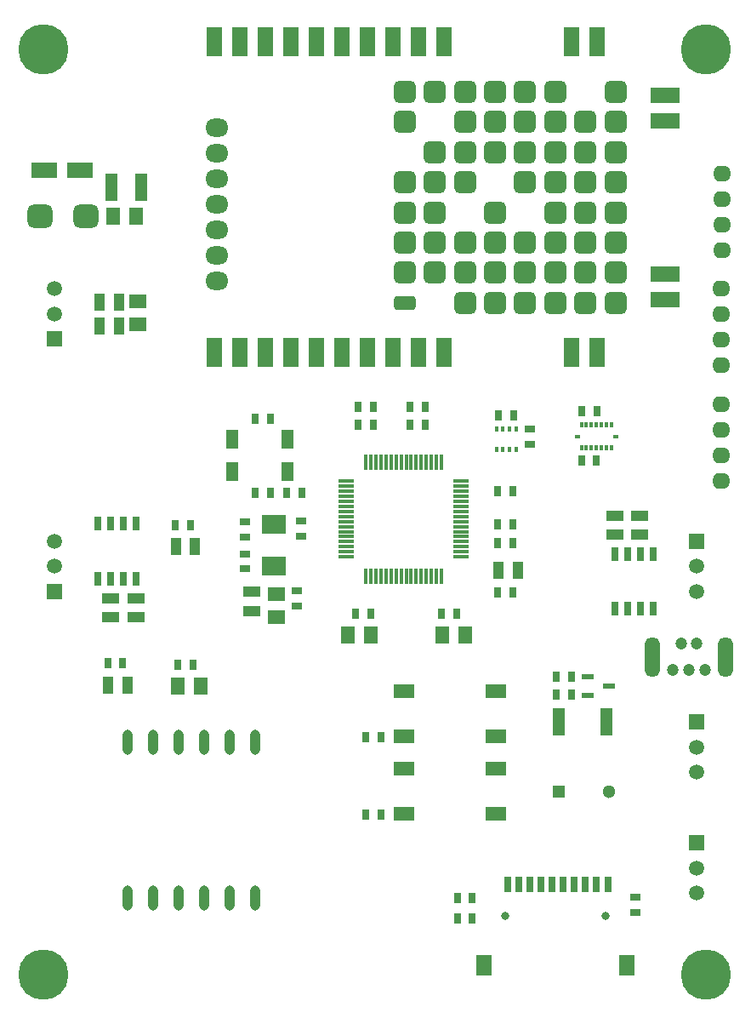
<source format=gbr>
%TF.GenerationSoftware,Altium Limited,Altium Designer,22.7.1 (60)*%
G04 Layer_Color=255*
%FSLAX45Y45*%
%MOMM*%
%TF.SameCoordinates,C4916FE7-F214-4651-8B13-81D0A890374D*%
%TF.FilePolarity,Positive*%
%TF.FileFunction,Pads,Top*%
%TF.Part,Single*%
G01*
G75*
%TA.AperFunction,SMDPad,CuDef*%
G04:AMPARAMS|DCode=10|XSize=1.56mm|YSize=0.28mm|CornerRadius=0.07mm|HoleSize=0mm|Usage=FLASHONLY|Rotation=90.000|XOffset=0mm|YOffset=0mm|HoleType=Round|Shape=RoundedRectangle|*
%AMROUNDEDRECTD10*
21,1,1.56000,0.14000,0,0,90.0*
21,1,1.42000,0.28000,0,0,90.0*
1,1,0.14000,0.07000,0.71000*
1,1,0.14000,0.07000,-0.71000*
1,1,0.14000,-0.07000,-0.71000*
1,1,0.14000,-0.07000,0.71000*
%
%ADD10ROUNDEDRECTD10*%
G04:AMPARAMS|DCode=11|XSize=1.56mm|YSize=0.28mm|CornerRadius=0.07mm|HoleSize=0mm|Usage=FLASHONLY|Rotation=180.000|XOffset=0mm|YOffset=0mm|HoleType=Round|Shape=RoundedRectangle|*
%AMROUNDEDRECTD11*
21,1,1.56000,0.14000,0,0,180.0*
21,1,1.42000,0.28000,0,0,180.0*
1,1,0.14000,-0.71000,0.07000*
1,1,0.14000,0.71000,0.07000*
1,1,0.14000,0.71000,-0.07000*
1,1,0.14000,-0.71000,-0.07000*
%
%ADD11ROUNDEDRECTD11*%
%ADD12R,0.59000X0.35000*%
%ADD13R,0.35000X0.59000*%
%ADD14R,0.35000X0.50000*%
G04:AMPARAMS|DCode=15|XSize=2.2mm|YSize=2.2mm|CornerRadius=0.55mm|HoleSize=0mm|Usage=FLASHONLY|Rotation=90.000|XOffset=0mm|YOffset=0mm|HoleType=Round|Shape=RoundedRectangle|*
%AMROUNDEDRECTD15*
21,1,2.20000,1.10000,0,0,90.0*
21,1,1.10000,2.20000,0,0,90.0*
1,1,1.10000,0.55000,0.55000*
1,1,1.10000,0.55000,-0.55000*
1,1,1.10000,-0.55000,-0.55000*
1,1,1.10000,-0.55000,0.55000*
%
%ADD15ROUNDEDRECTD15*%
G04:AMPARAMS|DCode=16|XSize=1.4mm|YSize=2.2mm|CornerRadius=0.35mm|HoleSize=0mm|Usage=FLASHONLY|Rotation=90.000|XOffset=0mm|YOffset=0mm|HoleType=Round|Shape=RoundedRectangle|*
%AMROUNDEDRECTD16*
21,1,1.40000,1.50000,0,0,90.0*
21,1,0.70000,2.20000,0,0,90.0*
1,1,0.70000,0.75000,0.35000*
1,1,0.70000,0.75000,-0.35000*
1,1,0.70000,-0.75000,-0.35000*
1,1,0.70000,-0.75000,0.35000*
%
%ADD16ROUNDEDRECTD16*%
%ADD17R,1.50000X3.00000*%
%ADD18R,3.00000X1.50000*%
%ADD19R,0.80000X1.50000*%
%ADD20R,1.50000X2.00000*%
%ADD21R,2.60000X1.60000*%
G04:AMPARAMS|DCode=22|XSize=2.3mm|YSize=2.5mm|CornerRadius=0.575mm|HoleSize=0mm|Usage=FLASHONLY|Rotation=270.000|XOffset=0mm|YOffset=0mm|HoleType=Round|Shape=RoundedRectangle|*
%AMROUNDEDRECTD22*
21,1,2.30000,1.35000,0,0,270.0*
21,1,1.15000,2.50000,0,0,270.0*
1,1,1.15000,-0.67500,-0.57500*
1,1,1.15000,-0.67500,0.57500*
1,1,1.15000,0.67500,0.57500*
1,1,1.15000,0.67500,-0.57500*
%
%ADD22ROUNDEDRECTD22*%
%ADD23R,1.16000X2.72000*%
%ADD24R,1.40000X1.70000*%
%ADD25R,1.70000X1.40000*%
%ADD26R,1.00000X1.70000*%
%ADD27R,0.80000X1.00000*%
%ADD28R,0.80000X1.45000*%
%ADD29R,1.70000X1.00000*%
%ADD30R,1.21920X0.53340*%
%ADD31R,1.30000X2.80000*%
%ADD32R,1.00000X0.80000*%
%ADD33R,2.40000X1.90000*%
%ADD34R,1.30000X1.90000*%
%ADD35O,1.00000X2.50000*%
%ADD36R,2.10000X1.40000*%
%TA.AperFunction,ComponentPad*%
%ADD48O,1.80000X1.60000*%
%ADD49C,0.80000*%
%ADD50R,1.50800X1.50800*%
%ADD51C,1.50800*%
%ADD52O,1.50000X4.00000*%
%ADD53C,1.20000*%
%ADD54R,1.30000X1.30000*%
%ADD55C,1.30000*%
%ADD56O,2.30000X1.80000*%
%TA.AperFunction,ViaPad*%
%ADD57C,5.00000*%
D10*
X4355000Y5498000D02*
D03*
X4305000D02*
D03*
X4255000D02*
D03*
X4205000D02*
D03*
X4155000D02*
D03*
X4105000D02*
D03*
X4055000D02*
D03*
X4005000D02*
D03*
X3955000D02*
D03*
X3905000D02*
D03*
X3855000D02*
D03*
X3805000D02*
D03*
X3755000D02*
D03*
X3705000D02*
D03*
X3655000D02*
D03*
X3605000D02*
D03*
Y4362000D02*
D03*
X3655000D02*
D03*
X3705000D02*
D03*
X3755000D02*
D03*
X3805000D02*
D03*
X3855000D02*
D03*
X3905000D02*
D03*
X3955000D02*
D03*
X4005000D02*
D03*
X4055000D02*
D03*
X4105000D02*
D03*
X4155000D02*
D03*
X4205000D02*
D03*
X4255000D02*
D03*
X4305000D02*
D03*
X4355000D02*
D03*
D11*
X3412000Y5305000D02*
D03*
Y5255000D02*
D03*
Y5205000D02*
D03*
Y5155000D02*
D03*
Y5105000D02*
D03*
Y5055000D02*
D03*
Y5005000D02*
D03*
Y4955000D02*
D03*
Y4905000D02*
D03*
Y4855000D02*
D03*
Y4805000D02*
D03*
Y4755000D02*
D03*
Y4705000D02*
D03*
Y4655000D02*
D03*
Y4605000D02*
D03*
Y4555000D02*
D03*
X4548000D02*
D03*
Y4605000D02*
D03*
Y4655000D02*
D03*
Y4705000D02*
D03*
Y4755000D02*
D03*
Y4805000D02*
D03*
Y4855000D02*
D03*
Y4905000D02*
D03*
Y4955000D02*
D03*
Y5005000D02*
D03*
Y5055000D02*
D03*
Y5105000D02*
D03*
Y5155000D02*
D03*
Y5205000D02*
D03*
Y5255000D02*
D03*
Y5305000D02*
D03*
D12*
X5708200Y5753201D02*
D03*
X6091200D02*
D03*
D13*
X5749700Y5869700D02*
D03*
X5799700D02*
D03*
X5849701D02*
D03*
X5899700D02*
D03*
X5949700D02*
D03*
X5999700D02*
D03*
X6049700D02*
D03*
Y5636701D02*
D03*
X5999700D02*
D03*
X5949700D02*
D03*
X5899700D02*
D03*
X5849701D02*
D03*
X5799700D02*
D03*
X5749700D02*
D03*
D14*
X5098851Y5829100D02*
D03*
X5033851D02*
D03*
X4968851D02*
D03*
X4903851D02*
D03*
Y5624100D02*
D03*
X4968851D02*
D03*
X5033851D02*
D03*
X5098851D02*
D03*
D15*
X5490000Y9180000D02*
D03*
X4290000Y9180000D02*
D03*
X5790000Y7380000D02*
D03*
Y7680000D02*
D03*
Y7980000D02*
D03*
Y8280000D02*
D03*
X5790000Y8580000D02*
D03*
X5790000Y8880000D02*
D03*
X6090001Y9180000D02*
D03*
X4890000Y7980000D02*
D03*
X6090001Y7080000D02*
D03*
Y7680000D02*
D03*
X5490000D02*
D03*
X5190000D02*
D03*
X4890000D02*
D03*
X4590000D02*
D03*
X6090001Y8580000D02*
D03*
X5490000D02*
D03*
X5190000D02*
D03*
X4890000D02*
D03*
X4590000D02*
D03*
Y8880000D02*
D03*
X4290000Y7380000D02*
D03*
Y7680000D02*
D03*
Y8580000D02*
D03*
X5190000Y9180000D02*
D03*
X5790000Y7080000D02*
D03*
X5490000D02*
D03*
X5190000D02*
D03*
X4890000D02*
D03*
X4590000D02*
D03*
X3990000Y9180000D02*
D03*
Y7380000D02*
D03*
Y7980000D02*
D03*
Y8280000D02*
D03*
X6090001Y7380000D02*
D03*
X5490000D02*
D03*
X5190000D02*
D03*
X4890000D02*
D03*
X4590000D02*
D03*
X3990000Y7680000D02*
D03*
X6090001Y7980000D02*
D03*
X5490000D02*
D03*
X4290000D02*
D03*
X6090001Y8280000D02*
D03*
X5490000D02*
D03*
X5190000D02*
D03*
X4590000D02*
D03*
X4290000D02*
D03*
X6090001Y8880000D02*
D03*
X5490000D02*
D03*
X5190000D02*
D03*
X4890000D02*
D03*
X3990000D02*
D03*
X4890000Y9180000D02*
D03*
X4590000D02*
D03*
D16*
X3990000Y7080000D02*
D03*
D17*
X3617000Y6585000D02*
D03*
X3363000D02*
D03*
X3109000D02*
D03*
X2855000Y6585001D02*
D03*
X2601001Y6585000D02*
D03*
X2347000D02*
D03*
X2093000D02*
D03*
X3871000D02*
D03*
X4125000D02*
D03*
X4379000D02*
D03*
Y9675000D02*
D03*
X4125000D02*
D03*
X3871000D02*
D03*
X2093000D02*
D03*
X2347000D02*
D03*
X2601000D02*
D03*
X2855000Y9675000D02*
D03*
X3109000Y9675000D02*
D03*
X3363000D02*
D03*
X3617000D02*
D03*
X5903000Y6585000D02*
D03*
X5649000D02*
D03*
Y9675000D02*
D03*
X5903000D02*
D03*
D18*
X6585000Y7114000D02*
D03*
Y7368000D02*
D03*
Y9146000D02*
D03*
Y8892000D02*
D03*
D19*
X5785000Y1300000D02*
D03*
X5675000D02*
D03*
X5565000D02*
D03*
X5455000D02*
D03*
X5345000D02*
D03*
X5235000D02*
D03*
X5125000D02*
D03*
X5015000D02*
D03*
X6015000D02*
D03*
X5895000D02*
D03*
D20*
X6200000Y490000D02*
D03*
X4780000D02*
D03*
D21*
X400000Y8400000D02*
D03*
X760000D02*
D03*
D22*
X820000Y7939999D02*
D03*
X360000D02*
D03*
D23*
X1367500Y8230000D02*
D03*
X1072500D02*
D03*
D24*
X1314300Y7939999D02*
D03*
X1085700D02*
D03*
X3654301Y3780000D02*
D03*
X3425701D02*
D03*
X4594301D02*
D03*
X4365701D02*
D03*
X1964301Y3270000D02*
D03*
X1735701D02*
D03*
D25*
X1330000Y6865698D02*
D03*
Y7094298D02*
D03*
X2710001Y3955700D02*
D03*
Y4184300D02*
D03*
D26*
X1145000Y7090000D02*
D03*
X955000D02*
D03*
X1145000Y6850000D02*
D03*
X955000D02*
D03*
X1715000Y4660000D02*
D03*
X1905000D02*
D03*
X5115001Y4420000D02*
D03*
X4925001D02*
D03*
X1040001Y3280000D02*
D03*
X1230001D02*
D03*
D27*
X5065001Y5210000D02*
D03*
X4915001D02*
D03*
X1705000Y4870000D02*
D03*
X1855000D02*
D03*
X5650000Y3180000D02*
D03*
X5500000D02*
D03*
X5650000Y3360000D02*
D03*
X5500000D02*
D03*
X3655001Y3990000D02*
D03*
X3505001D02*
D03*
X4355000D02*
D03*
X4505000D02*
D03*
X4915001Y4880000D02*
D03*
X5065001D02*
D03*
X5065001Y4690000D02*
D03*
X4915001D02*
D03*
X4915001Y4200000D02*
D03*
X5065001D02*
D03*
X2964999Y5190000D02*
D03*
X2814999D02*
D03*
X2505000D02*
D03*
X2655000D02*
D03*
X2505000Y5930000D02*
D03*
X2655000D02*
D03*
X3525001Y6050000D02*
D03*
X3675001D02*
D03*
X3675001Y5870000D02*
D03*
X3525001D02*
D03*
X4195001Y6050000D02*
D03*
X4045001D02*
D03*
X4195001Y5870000D02*
D03*
X4045001D02*
D03*
X4925000Y5960000D02*
D03*
X5075000D02*
D03*
X5905000Y6000000D02*
D03*
X5755000D02*
D03*
X5750001Y5510000D02*
D03*
X5900001D02*
D03*
X1885001Y3480000D02*
D03*
X1735001D02*
D03*
X1185001Y3500000D02*
D03*
X1035001D02*
D03*
X4515000Y1160000D02*
D03*
X4665000D02*
D03*
X3605001Y2760000D02*
D03*
X3755001D02*
D03*
Y1990000D02*
D03*
X3605001D02*
D03*
X4665000Y960000D02*
D03*
X4515000D02*
D03*
D28*
X939501Y4337499D02*
D03*
X1066501D02*
D03*
X1193501D02*
D03*
X1320501D02*
D03*
X939501Y4882499D02*
D03*
X1066501D02*
D03*
X1193501D02*
D03*
X1320501D02*
D03*
X6460500Y4582500D02*
D03*
X6333500D02*
D03*
X6206500D02*
D03*
X6079500D02*
D03*
X6460500Y4037500D02*
D03*
X6333500D02*
D03*
X6206500D02*
D03*
X6079500D02*
D03*
D29*
X1320001Y3955000D02*
D03*
Y4145000D02*
D03*
X1060001Y3955000D02*
D03*
Y4145000D02*
D03*
X2470001Y4204300D02*
D03*
Y4014300D02*
D03*
X6080000Y4965000D02*
D03*
Y4775000D02*
D03*
X6330000Y4965000D02*
D03*
Y4775000D02*
D03*
D30*
X6026680Y3270000D02*
D03*
X5813320Y3176020D02*
D03*
Y3363980D02*
D03*
D31*
X5995000Y2910000D02*
D03*
X5525000D02*
D03*
D32*
X2920001Y4214300D02*
D03*
Y4064300D02*
D03*
X2960001Y4910001D02*
D03*
Y4760001D02*
D03*
X2400001Y4435001D02*
D03*
Y4585001D02*
D03*
Y4900001D02*
D03*
Y4750001D02*
D03*
X5240000Y5825000D02*
D03*
Y5675000D02*
D03*
X6290000Y1165000D02*
D03*
Y1015000D02*
D03*
D33*
X2690001Y4465001D02*
D03*
Y4875001D02*
D03*
D34*
X2825001Y5400000D02*
D03*
X2275001D02*
D03*
Y5720000D02*
D03*
X2825001D02*
D03*
D35*
X1229998Y1158000D02*
D03*
X1483998D02*
D03*
X1737998D02*
D03*
X1991998D02*
D03*
X2245998D02*
D03*
X2499998D02*
D03*
X1229998Y2708000D02*
D03*
X1483998D02*
D03*
X1737998D02*
D03*
X1991998D02*
D03*
X2245998D02*
D03*
X2499998D02*
D03*
D36*
X3985001Y3214999D02*
D03*
X4895001D02*
D03*
X3985001Y2764999D02*
D03*
X4895001D02*
D03*
X3985001Y2445000D02*
D03*
X4895001D02*
D03*
X3985001Y1995000D02*
D03*
X4895001D02*
D03*
D48*
X7140000Y7222001D02*
D03*
Y6968001D02*
D03*
Y6714001D02*
D03*
Y6460001D02*
D03*
X7145000Y5310002D02*
D03*
Y5564002D02*
D03*
Y5818002D02*
D03*
Y6072002D02*
D03*
X7150000Y8368001D02*
D03*
Y8114001D02*
D03*
Y7860001D02*
D03*
Y7606001D02*
D03*
D49*
X5990000Y980000D02*
D03*
X4990000D02*
D03*
D50*
X502501Y6719999D02*
D03*
Y4210000D02*
D03*
X6897500Y4710000D02*
D03*
X6900000Y2910000D02*
D03*
Y1710000D02*
D03*
D51*
X502501Y6969999D02*
D03*
Y7219999D02*
D03*
Y4710000D02*
D03*
Y4460000D02*
D03*
X6897500Y4210000D02*
D03*
Y4460000D02*
D03*
X6900000Y2410000D02*
D03*
Y2660000D02*
D03*
Y1210000D02*
D03*
Y1460000D02*
D03*
D52*
X7185000Y3560000D02*
D03*
X6455000D02*
D03*
D53*
X6820000Y3430000D02*
D03*
X6980000D02*
D03*
X6660000D02*
D03*
X6900000Y3690000D02*
D03*
X6740000D02*
D03*
D54*
X5526001Y2220000D02*
D03*
D55*
X6026001D02*
D03*
D56*
X2120000Y7302000D02*
D03*
Y7556000D02*
D03*
Y7810000D02*
D03*
Y8064000D02*
D03*
Y8318000D02*
D03*
Y8572000D02*
D03*
Y8826000D02*
D03*
D57*
X390000Y400000D02*
D03*
X6990000Y9600000D02*
D03*
Y400000D02*
D03*
X390000Y9600000D02*
D03*
%TF.MD5,03cad05c76af0666e173084d398c240c*%
M02*

</source>
